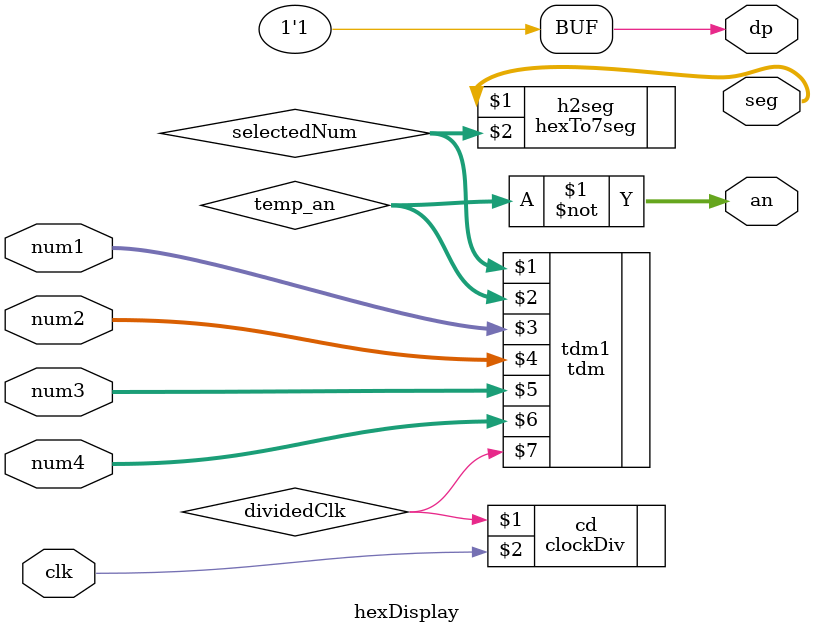
<source format=v>
module hexDisplay(seg, dp, an, num1, num2, num3, num4 , clk);
//parameter DIVIDE = 18;
output [6:0] seg;
output reg dp;
output [3:0] an;

input [3:0] num4;
input [3:0] num3;
input [3:0] num2;
input [3:0] num1;
input clk;

// temp vars
wire [18:0] div; 
wire [3:0] selectedNum;
wire dividedClk;
wire [3:0] temp_an;
assign an = ~temp_an;



//assign div[0] = clk;
//generate 
//for(c=0; c<DIVIDE; c=c+1) begin 
//    clockDiv cd(div[c+1], div[c]);
//end
//endgenerate
//assign dividedClk = div[DIVIDE];

clockDiv cd(dividedClk, clk);

tdm tdm1(selectedNum, temp_an, num1, num2, num3, num4, dividedClk);
hexTo7seg h2seg(seg, selectedNum);

initial begin 
    dp = 1;
end

endmodule
</source>
